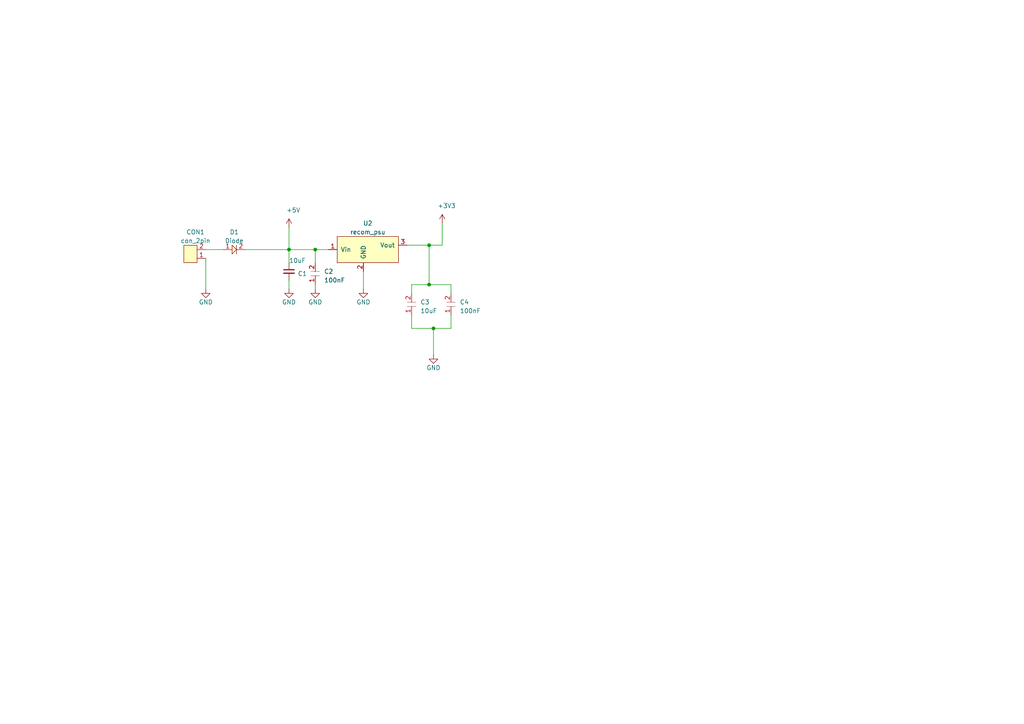
<source format=kicad_sch>
(kicad_sch (version 20210126) (generator eeschema)
  (paper "A4")
  (lib_symbols
    (symbol "Device:C_Small" (pin_numbers hide) (pin_names (offset 0.254) hide)
      (property "Reference" "C" (at 0.254 1.778 0))
      (property "Value" "C_Small" (at 0.254 -2.032 0))
      (symbol "C_Small_0_1"
        (polyline (pts (xy -1.524 -0.508) (xy 1.524 -0.508)) (stroke (width 0.3302)))
        (polyline (pts (xy -1.524 0.508) (xy 1.524 0.508)) (stroke (width 0.3048)))
      )
      (symbol "C_Small_1_1"
        (pin passive line (at 0 2.54 270) (length 2.032) (name "~") (number "1"))
        (pin passive line (at 0 -2.54 90) (length 2.032) (name "~") (number "2"))
      )
    )
    (symbol "Halfgelijders:Diode" (pin_names (offset 1.016))
      (property "Reference" "D" (at 0 6.35 0))
      (property "Value" "Diode" (at 0 3.81 0))
      (symbol "Diode_0_1"
        (polyline (pts (xy 1.27 1.27) (xy 1.27 -1.27)))
        (polyline (pts (xy 0 0) (xy 0 1.27) (xy 0 0) (xy 0 -1.27) (xy 1.27 0) (xy 0 1.27)) (fill (type background)))
      )
      (symbol "Diode_1_1"
        (pin unspecified line (at -2.54 0 0) (length 2.54) (name "~") (number "1"))
        (pin unspecified line (at 3.81 0 180) (length 2.54) (name "~") (number "2"))
      )
    )
    (symbol "Halfgelijders:recom_psu" (pin_names (offset 1.016))
      (property "Reference" "U" (at 6.35 -1.27 0))
      (property "Value" "recom_psu" (at -1.27 6.35 0))
      (symbol "recom_psu_0_1"
        (rectangle (start -7.62 5.08) (end 10.16 -2.54) (fill (type background)))
      )
      (symbol "recom_psu_1_1"
        (pin power_in line (at -10.16 1.27 0) (length 2.54) (name "Vin") (number "1"))
        (pin power_out line (at 0 -5.08 90) (length 2.54) (name "GND") (number "2"))
        (pin power_out line (at 12.7 2.54 180) (length 2.54) (name "Vout") (number "3"))
      )
    )
    (symbol "conectors:con_2pin" (pin_names (offset 1.016))
      (property "Reference" "CON" (at 3.81 0 90))
      (property "Value" "con_2pin" (at 1.27 3.81 0))
      (symbol "con_2pin_1_1"
        (rectangle (start -1.27 2.54) (end 2.54 -2.54) (fill (type background)))
        (pin unspecified line (at -3.81 1.27 0) (length 2.54) (name "~") (number "1"))
        (pin unspecified line (at -3.81 -1.27 0) (length 2.54) (name "~") (number "2"))
      )
    )
    (symbol "power:+3.3V" (power) (pin_names (offset 0))
      (property "Value" "+3.3V" (at 0 3.556 0))
      (symbol "+3.3V_0_1"
        (polyline (pts (xy -0.762 1.27) (xy 0 2.54)))
        (polyline (pts (xy 0 0) (xy 0 2.54)))
        (polyline (pts (xy 0 2.54) (xy 0.762 1.27)))
      )
      (symbol "+3.3V_1_1"
        (pin power_in line (at 0 0 90) (length 0) hide (name "+3V3") (number "1"))
      )
    )
    (symbol "power:+5V" (power) (pin_names (offset 0))
      (property "Value" "+5V" (at 0 3.556 0))
      (symbol "+5V_0_1"
        (polyline (pts (xy -0.762 1.27) (xy 0 2.54)))
        (polyline (pts (xy 0 0) (xy 0 2.54)))
        (polyline (pts (xy 0 2.54) (xy 0.762 1.27)))
      )
      (symbol "+5V_1_1"
        (pin power_in line (at 0 0 90) (length 0) hide (name "+5V") (number "1"))
      )
    )
    (symbol "power:GND" (power) (pin_names (offset 0))
      (property "Value" "GND" (at 0 -3.81 0))
      (symbol "GND_0_1"
        (polyline (pts (xy 0 0) (xy 0 -1.27) (xy 1.27 -1.27) (xy 0 -2.54) (xy -1.27 -1.27) (xy 0 -1.27)))
      )
      (symbol "GND_1_1"
        (pin power_in line (at 0 0 270) (length 0) hide (name "GND") (number "1"))
      )
    )
    (symbol "vanalles:capacitor"
      (property "Reference" "c" (at 0 5.08 0))
      (property "Value" "capacitor" (at 0 3.81 0))
      (symbol "capacitor_0_1"
        (polyline (pts (xy 0 1.27) (xy 0 -1.27)) (stroke (width 0.0006)))
        (polyline (pts (xy 1.27 1.27) (xy 1.27 -1.27)) (stroke (width 0.0006)))
      )
      (symbol "capacitor_1_1"
        (pin input line (at -2.54 0 0) (length 2.54) (name "") (number "1"))
        (pin input line (at 3.81 0 180) (length 2.54) (name "") (number "2"))
      )
    )
  )
  (junction (at 83.82 72.39) (diameter 0.9144))
  (junction (at 91.44 72.39) (diameter 0.9144))
  (junction (at 124.46 71.12) (diameter 0.9144))
  (junction (at 124.46 82.55) (diameter 0.9144))
  (junction (at 125.73 95.25) (diameter 0.9144))
  (wire (pts (xy 59.69 72.39) (xy 64.77 72.39)))
  (wire (pts (xy 59.69 74.93) (xy 59.69 83.82)))
  (wire (pts (xy 71.12 72.39) (xy 83.82 72.39)))
  (wire (pts (xy 83.82 66.04) (xy 83.82 72.39)))
  (wire (pts (xy 83.82 72.39) (xy 83.82 76.2)))
  (wire (pts (xy 83.82 72.39) (xy 91.44 72.39)))
  (wire (pts (xy 83.82 81.28) (xy 83.82 83.82)))
  (wire (pts (xy 91.44 72.39) (xy 91.44 76.2)))
  (wire (pts (xy 91.44 72.39) (xy 95.25 72.39)))
  (wire (pts (xy 91.44 82.55) (xy 91.44 83.82)))
  (wire (pts (xy 105.41 78.74) (xy 105.41 83.82)))
  (wire (pts (xy 118.11 71.12) (xy 124.46 71.12)))
  (wire (pts (xy 119.38 82.55) (xy 124.46 82.55)))
  (wire (pts (xy 119.38 85.09) (xy 119.38 82.55)))
  (wire (pts (xy 119.38 95.25) (xy 119.38 91.44)))
  (wire (pts (xy 124.46 71.12) (xy 124.46 82.55)))
  (wire (pts (xy 124.46 71.12) (xy 128.27 71.12)))
  (wire (pts (xy 124.46 82.55) (xy 130.81 82.55)))
  (wire (pts (xy 125.73 95.25) (xy 119.38 95.25)))
  (wire (pts (xy 125.73 95.25) (xy 125.73 102.87)))
  (wire (pts (xy 128.27 64.77) (xy 128.27 71.12)))
  (wire (pts (xy 130.81 82.55) (xy 130.81 85.09)))
  (wire (pts (xy 130.81 91.44) (xy 130.81 95.25)))
  (wire (pts (xy 130.81 95.25) (xy 125.73 95.25)))
  (symbol (lib_id "power:+5V") (at 83.82 66.04 0) (unit 1)
    (property "Reference" "#PWR047" (effects hide))
    (property "Value" "+5V" (at 85.09 60.96 0))
  )
  (symbol (lib_id "power:+3.3V") (at 128.27 64.77 0) (unit 1)
    (property "Reference" "#PWR0109" (effects hide))
    (property "Value" "+3.3V" (at 129.54 59.69 0))
  )
  (symbol (lib_id "power:GND") (at 59.69 83.82 0) (unit 1)
    (property "Reference" "#PWR0110" (effects hide))
    (property "Value" "GND" (at 59.69 87.63 0))
  )
  (symbol (lib_id "power:GND") (at 83.82 83.82 0) (unit 1)
    (property "Reference" "#PWR0111" (effects hide))
    (property "Value" "GND" (at 83.82 87.63 0))
  )
  (symbol (lib_id "power:GND") (at 91.44 83.82 0) (unit 1)
    (property "Reference" "#PWR0112" (effects hide))
    (property "Value" "GND" (at 91.44 87.63 0))
  )
  (symbol (lib_id "power:GND") (at 105.41 83.82 0) (unit 1)
    (property "Reference" "#PWR0106" (effects hide))
    (property "Value" "GND" (at 105.41 87.63 0))
  )
  (symbol (lib_id "power:GND") (at 125.73 102.87 0) (unit 1)
    (property "Reference" "#PWR0107" (effects hide))
    (property "Value" "GND" (at 125.73 106.68 0))
  )
  (symbol (lib_id "Halfgelijders:Diode") (at 67.31 72.39 0) (unit 1)
    (property "Reference" "D1" (at 67.945 67.31 0))
    (property "Value" "Diode" (at 67.945 69.85 0))
    (property "Footprint" "halfgeleiders:DO214" (effects hide))
  )
  (symbol (lib_id "vanalles:capacitor") (at 91.44 80.01 90) (unit 1)
    (property "Reference" "C2" (at 93.98 78.7399 90) (effects (justify right)))
    (property "Value" "100nF" (at 93.98 81.2799 90) (effects (justify right)))
    (property "Footprint" "vanalles:0603" (effects hide))
  )
  (symbol (lib_id "vanalles:capacitor") (at 119.38 88.9 90) (unit 1)
    (property "Reference" "C3" (at 121.92 87.6299 90) (effects (justify right)))
    (property "Value" "10uF" (at 121.92 90.1699 90) (effects (justify right)))
    (property "Footprint" "vanalles:0603" (effects hide))
  )
  (symbol (lib_id "vanalles:capacitor") (at 130.81 88.9 90) (unit 1)
    (property "Reference" "C4" (at 133.35 87.6299 90) (effects (justify right)))
    (property "Value" "100nF" (at 133.35 90.1699 90) (effects (justify right)))
    (property "Footprint" "vanalles:0603" (effects hide))
  )
  (symbol (lib_id "Device:C_Small") (at 83.82 78.74 0) (unit 1)
    (property "Reference" "C1" (at 86.36 79.3749 0) (effects (justify left)))
    (property "Value" "10uF" (at 83.82 75.5649 0) (effects (justify left)))
    (property "Footprint" "vanalles:0603" (effects hide))
  )
  (symbol (lib_id "conectors:con_2pin") (at 55.88 73.66 180) (unit 1)
    (property "Reference" "CON1" (at 56.7055 67.31 0))
    (property "Value" "con_2pin" (at 56.7055 69.85 0))
    (property "Footprint" "connectors_user:2pin_screw_vast" (effects hide))
  )
  (symbol (lib_id "Halfgelijders:recom_psu") (at 105.41 73.66 0) (unit 1)
    (property "Reference" "U2" (at 106.68 64.77 0))
    (property "Value" "recom_psu" (at 106.68 67.31 0))
    (property "Footprint" "vanalles:recom psu" (effects hide))
  )
)
</source>
